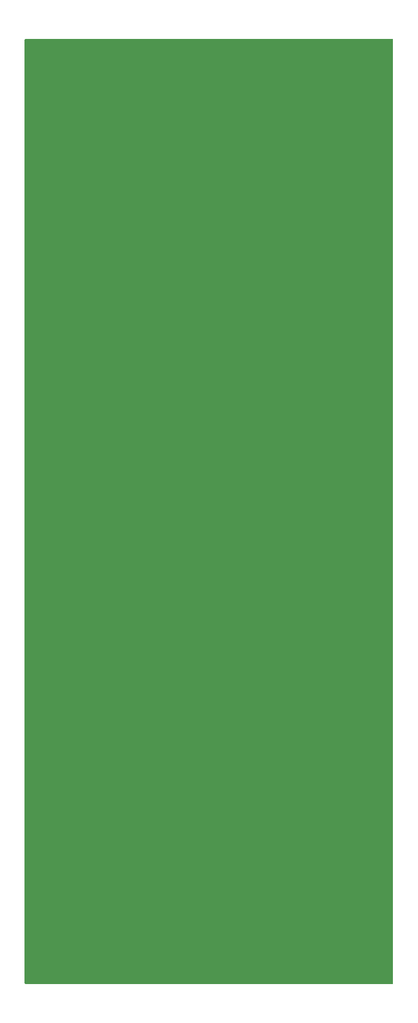
<source format=gbr>
%TF.GenerationSoftware,KiCad,Pcbnew,8.0.0*%
%TF.CreationDate,2024-04-17T20:06:12+02:00*%
%TF.ProjectId,4Channe_Mixer_panel,34436861-6e6e-4655-9f4d-697865725f70,rev?*%
%TF.SameCoordinates,Original*%
%TF.FileFunction,Copper,L2,Bot*%
%TF.FilePolarity,Positive*%
%FSLAX46Y46*%
G04 Gerber Fmt 4.6, Leading zero omitted, Abs format (unit mm)*
G04 Created by KiCad (PCBNEW 8.0.0) date 2024-04-17 20:06:12*
%MOMM*%
%LPD*%
G01*
G04 APERTURE LIST*
%TA.AperFunction,ViaPad*%
%ADD10C,7.000000*%
%TD*%
%TA.AperFunction,ViaPad*%
%ADD11C,4.000000*%
%TD*%
%TA.AperFunction,ViaPad*%
%ADD12C,8.000000*%
%TD*%
G04 APERTURE END LIST*
D10*
%TO.N,GND*%
X156850000Y-61735000D03*
X156850000Y-121735000D03*
D11*
X120590000Y-163500000D03*
D12*
X121850000Y-101735000D03*
D10*
X141850000Y-141735000D03*
D12*
X141850000Y-81735000D03*
D11*
X156150000Y-163500000D03*
D12*
X121850000Y-121735000D03*
X141850000Y-61735000D03*
X121850000Y-81735000D03*
D10*
X156850000Y-81735000D03*
D11*
X120590000Y-41000000D03*
D10*
X156850000Y-101735000D03*
D12*
X141350000Y-121735000D03*
X121850000Y-61735000D03*
X141850000Y-101735000D03*
D11*
X156150000Y-40999998D03*
%TD*%
%TA.AperFunction,Conductor*%
%TO.N,GND*%
G36*
X162992539Y-38570185D02*
G01*
X163038294Y-38622989D01*
X163049500Y-38674500D01*
X163049500Y-165825500D01*
X163029815Y-165892539D01*
X162977011Y-165938294D01*
X162925500Y-165949500D01*
X113474500Y-165949500D01*
X113407461Y-165929815D01*
X113361706Y-165877011D01*
X113350500Y-165825500D01*
X113350500Y-38674500D01*
X113370185Y-38607461D01*
X113422989Y-38561706D01*
X113474500Y-38550500D01*
X162925500Y-38550500D01*
X162992539Y-38570185D01*
G37*
%TD.AperFunction*%
%TD*%
M02*

</source>
